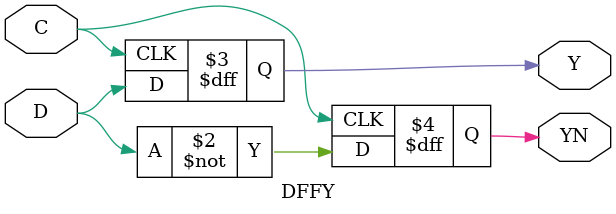
<source format=v>

module NOT(A, Y);
input A;
output Y = ~A;
endmodule

module NAND(A, B, Y);
input A, B;
output Y = ~(A & B);
endmodule

module NOR(A, B, Y);
input A, B;
output Y = ~(A | B);
endmodule

module DFFY(C, D, Y, YN);
input C, D;
output reg Y, YN;
   always @(posedge C) begin
      Y <= D;
      YN <= ~D;
   end
endmodule


</source>
